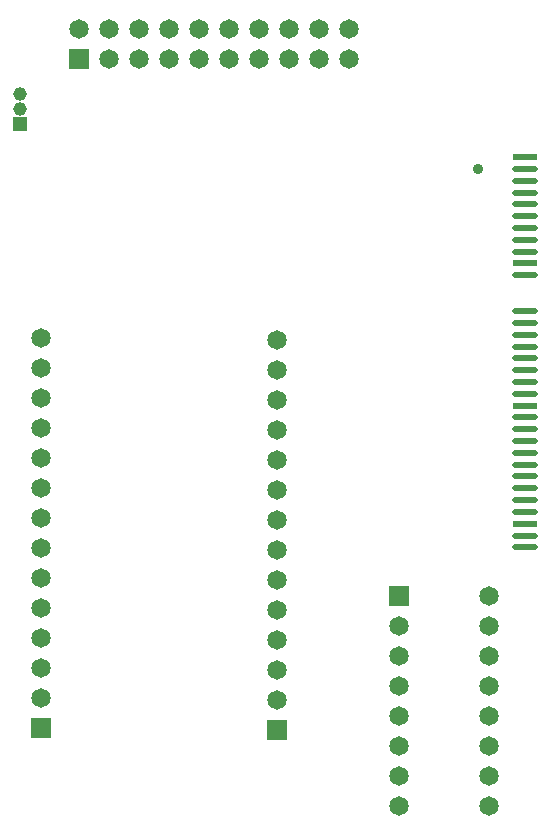
<source format=gbs>
G04 Layer_Color=16711935*
%FSLAX24Y24*%
%MOIN*%
G70*
G01*
G75*
%ADD35O,0.0846X0.0197*%
%ADD36R,0.0846X0.0197*%
%ADD39C,0.0650*%
%ADD40R,0.0650X0.0650*%
%ADD41R,0.0650X0.0650*%
%ADD42C,0.0453*%
%ADD43R,0.0453X0.0453*%
%ADD44C,0.0359*%
D35*
X17340Y10935D02*
D03*
Y11329D02*
D03*
Y12116D02*
D03*
Y12510D02*
D03*
Y12904D02*
D03*
Y13297D02*
D03*
Y13691D02*
D03*
Y14085D02*
D03*
Y14479D02*
D03*
Y14872D02*
D03*
Y15266D02*
D03*
Y16053D02*
D03*
Y16447D02*
D03*
Y16841D02*
D03*
Y17234D02*
D03*
Y17628D02*
D03*
Y18022D02*
D03*
Y18416D02*
D03*
Y18809D02*
D03*
Y23546D02*
D03*
Y23153D02*
D03*
Y22759D02*
D03*
Y22365D02*
D03*
Y21971D02*
D03*
Y21578D02*
D03*
Y21184D02*
D03*
Y20790D02*
D03*
Y20003D02*
D03*
D36*
Y11723D02*
D03*
Y15660D02*
D03*
Y23940D02*
D03*
Y20397D02*
D03*
D39*
X1181Y17906D02*
D03*
Y16906D02*
D03*
Y15906D02*
D03*
Y14906D02*
D03*
Y13906D02*
D03*
Y12906D02*
D03*
Y11906D02*
D03*
Y10906D02*
D03*
Y9906D02*
D03*
Y8906D02*
D03*
Y7906D02*
D03*
Y6906D02*
D03*
Y5906D02*
D03*
X16132Y2302D02*
D03*
Y3302D02*
D03*
Y4302D02*
D03*
Y5302D02*
D03*
Y6302D02*
D03*
Y7302D02*
D03*
Y8302D02*
D03*
Y9302D02*
D03*
X13132Y2302D02*
D03*
Y3302D02*
D03*
Y4302D02*
D03*
Y5302D02*
D03*
Y6302D02*
D03*
Y7302D02*
D03*
Y8302D02*
D03*
X9055Y17843D02*
D03*
Y16843D02*
D03*
Y15843D02*
D03*
Y14843D02*
D03*
Y13843D02*
D03*
Y12843D02*
D03*
Y11843D02*
D03*
Y10843D02*
D03*
Y9843D02*
D03*
Y8843D02*
D03*
Y7843D02*
D03*
Y6843D02*
D03*
Y5843D02*
D03*
X2450Y28200D02*
D03*
X3450Y27200D02*
D03*
Y28200D02*
D03*
X4450Y27200D02*
D03*
Y28200D02*
D03*
X5450Y27200D02*
D03*
Y28200D02*
D03*
X6450Y27200D02*
D03*
Y28200D02*
D03*
X7450Y27200D02*
D03*
Y28200D02*
D03*
X8450Y27200D02*
D03*
Y28200D02*
D03*
X9450Y27200D02*
D03*
Y28200D02*
D03*
X10450Y27200D02*
D03*
Y28200D02*
D03*
X11450Y27200D02*
D03*
Y28200D02*
D03*
D40*
X1181Y4906D02*
D03*
X9055Y4843D02*
D03*
D41*
X13132Y9302D02*
D03*
X2450Y27200D02*
D03*
D42*
X490Y26040D02*
D03*
Y25540D02*
D03*
D43*
Y25040D02*
D03*
D44*
X15746Y23546D02*
D03*
M02*

</source>
